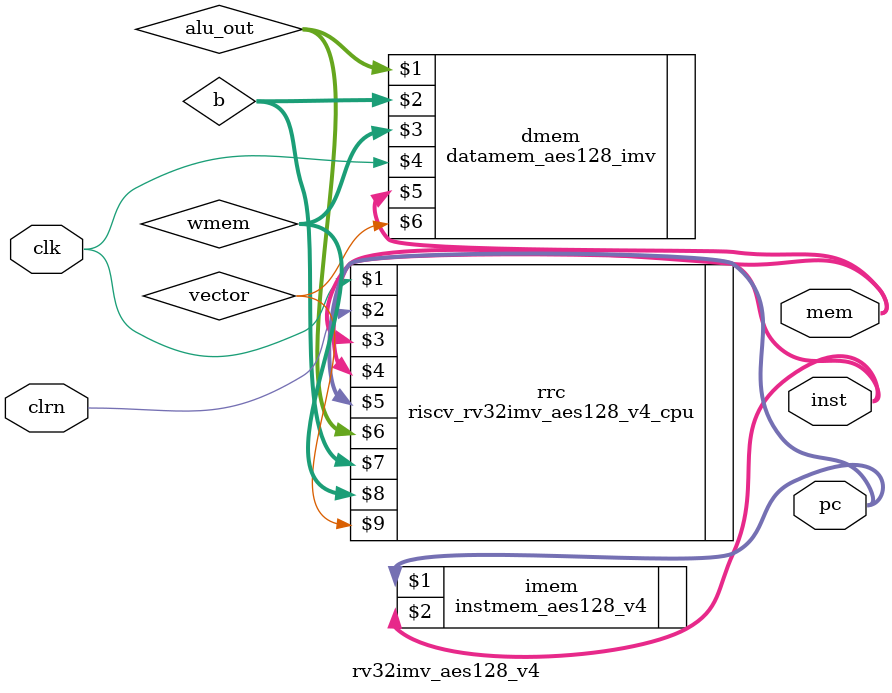
<source format=v>
module rv32imv_aes128_v4 (clk, clrn, inst, pc, mem);
  parameter     VLEN = 128;                   // bits, hardware implementation
  input         clk, clrn;           // clk: 50MHz
  output [31:0] inst, pc;
  output [VLEN-1:0] mem;
  wire    [3:0] wmem;
  wire   [VLEN-1:0] alu_out, b;
  wire          vector;
    
  riscv_rv32imv_aes128_v4_cpu rrc (clk, clrn, inst, mem, pc, alu_out, b, wmem, vector);
  
  instmem_aes128_v4 imem (pc,inst);
  
  datamem_aes128_imv dmem (alu_out, b, wmem, clk, mem, vector);
endmodule
</source>
